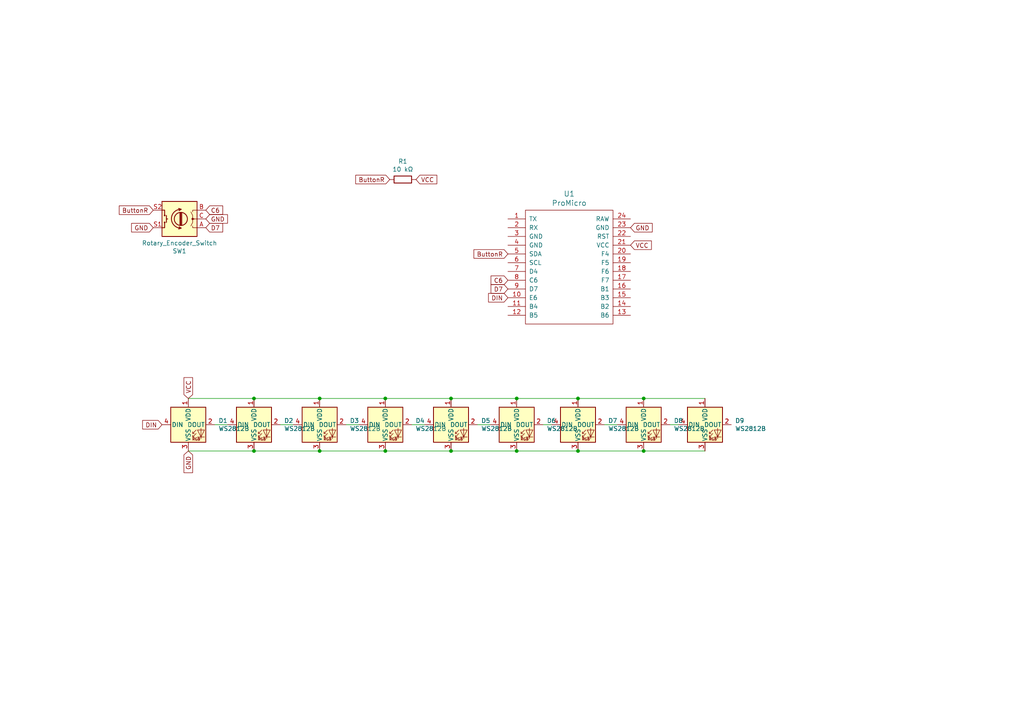
<source format=kicad_sch>
(kicad_sch (version 20211123) (generator eeschema)
  (paper "A4")
  (lib_symbols
    (symbol "Device:R" (pin_numbers hide) (pin_names (offset 0))
      (property "Reference" "R" (at 2.032 0 90))
      (property "Value" "R" (at 0 0 90))
      (symbol "R_0_1"
        (rectangle (start -1.016 -2.54) (end 1.016 2.54) (stroke (width 0.254)))
      )
      (symbol "R_1_1"
        (pin passive line (at 0 3.81 270) (length 1.27) (name "~") (number "1"))
        (pin passive line (at 0 -3.81 90) (length 1.27) (name "~") (number "2"))
      )
    )
    (symbol "Device:Rotary_Encoder_Switch" (pin_names (offset 0.254) hide)
      (property "Reference" "SW" (at 0 6.604 0))
      (property "Value" "Device_Rotary_Encoder_Switch" (at 0 -6.604 0))
      (symbol "Rotary_Encoder_Switch_0_1"
        (rectangle (start -5.08 5.08) (end 5.08 -5.08) (stroke (width 0.254)) (fill (type background)))
        (circle (center -3.81 0) (radius 0.254) (fill (type outline)))
        (arc (start -0.381 -2.794) (mid 2.3622 -0.0635) (end -0.381 2.667) (stroke (width 0.254)))
        (circle (center -0.381 0) (radius 1.905) (stroke (width 0.254)))
        (polyline (pts (xy -0.635 -1.778) (xy -0.635 1.778)) (stroke (width 0.254)))
        (polyline (pts (xy -0.381 -1.778) (xy -0.381 1.778)) (stroke (width 0.254)))
        (polyline (pts (xy -0.127 1.778) (xy -0.127 -1.778)) (stroke (width 0.254)))
        (polyline (pts (xy 3.81 0) (xy 3.429 0)) (stroke (width 0.254)))
        (polyline (pts (xy 3.81 1.016) (xy 3.81 -1.016)) (stroke (width 0.254)))
        (polyline (pts (xy -5.08 -2.54) (xy -3.81 -2.54) (xy -3.81 -2.032)))
        (polyline (pts (xy -5.08 2.54) (xy -3.81 2.54) (xy -3.81 2.032)))
        (polyline (pts (xy 0.254 -3.048) (xy -0.508 -2.794) (xy 0.127 -2.413)) (stroke (width 0.254)))
        (polyline (pts (xy 0.254 2.921) (xy -0.508 2.667) (xy 0.127 2.286)) (stroke (width 0.254)))
        (polyline (pts (xy 5.08 -2.54) (xy 4.318 -2.54) (xy 4.318 -1.016)) (stroke (width 0.254)))
        (polyline (pts (xy 5.08 2.54) (xy 4.318 2.54) (xy 4.318 1.016)) (stroke (width 0.254)))
        (polyline (pts (xy -5.08 0) (xy -3.81 0) (xy -3.81 -1.016) (xy -3.302 -2.032)))
        (polyline (pts (xy -4.318 0) (xy -3.81 0) (xy -3.81 1.016) (xy -3.302 2.032)))
        (circle (center 4.318 -1.016) (radius 0.127) (stroke (width 0.254)))
        (circle (center 4.318 1.016) (radius 0.127) (stroke (width 0.254)))
      )
      (symbol "Rotary_Encoder_Switch_1_1"
        (pin passive line (at -7.62 2.54 0) (length 2.54) (name "A") (number "A"))
        (pin passive line (at -7.62 -2.54 0) (length 2.54) (name "B") (number "B"))
        (pin passive line (at -7.62 0 0) (length 2.54) (name "C") (number "C"))
        (pin passive line (at 7.62 2.54 180) (length 2.54) (name "S1") (number "S1"))
        (pin passive line (at 7.62 -2.54 180) (length 2.54) (name "S2") (number "S2"))
      )
    )
    (symbol "LED:WS2812B" (pin_names (offset 0.254))
      (property "Reference" "D" (at 5.08 5.715 0))
      (property "Value" "WS2812B" (at 1.27 -5.715 0))
      (symbol "WS2812B_0_0"
        (text "RGB" (at 2.286 -4.191 0) (effects (font (size 0.762 0.762))))
      )
      (symbol "WS2812B_0_1"
        (polyline (pts (xy 1.27 -3.556) (xy 1.778 -3.556)))
        (polyline (pts (xy 1.27 -2.54) (xy 1.778 -2.54)))
        (polyline (pts (xy 4.699 -3.556) (xy 2.667 -3.556)))
        (polyline (pts (xy 2.286 -2.54) (xy 1.27 -3.556) (xy 1.27 -3.048)))
        (polyline (pts (xy 2.286 -1.524) (xy 1.27 -2.54) (xy 1.27 -2.032)))
        (polyline (pts (xy 3.683 -1.016) (xy 3.683 -3.556) (xy 3.683 -4.064)))
        (polyline (pts (xy 4.699 -1.524) (xy 2.667 -1.524) (xy 3.683 -3.556) (xy 4.699 -1.524)))
        (rectangle (start 5.08 5.08) (end -5.08 -5.08) (stroke (width 0.254)) (fill (type background)))
      )
      (symbol "WS2812B_1_1"
        (pin power_in line (at 0 7.62 270) (length 2.54) (name "VDD") (number "1"))
        (pin output line (at 7.62 0 180) (length 2.54) (name "DOUT") (number "2"))
        (pin power_in line (at 0 -7.62 90) (length 2.54) (name "VSS") (number "3"))
        (pin input line (at -7.62 0 0) (length 2.54) (name "DIN") (number "4"))
      )
    )
    (symbol "VolumeKnob-rescue:ProMicro-promicro" (pin_names (offset 1.016))
      (property "Reference" "U" (at 0 24.13 0))
      (property "Value" "ProMicro-promicro" (at 0 -13.97 0))
      (symbol "ProMicro-promicro_0_1"
        (rectangle (start -12.7 21.59) (end 12.7 -11.43))
      )
      (symbol "ProMicro-promicro_1_1"
        (pin bidirectional line (at -17.78 19.05 0) (length 5.08) (name "TX") (number "1"))
        (pin bidirectional line (at -17.78 -3.81 0) (length 5.08) (name "E6") (number "10"))
        (pin bidirectional line (at -17.78 -6.35 0) (length 5.08) (name "B4") (number "11"))
        (pin bidirectional line (at -17.78 -8.89 0) (length 5.08) (name "B5") (number "12"))
        (pin bidirectional line (at 17.78 -8.89 180) (length 5.08) (name "B6") (number "13"))
        (pin bidirectional line (at 17.78 -6.35 180) (length 5.08) (name "B2") (number "14"))
        (pin bidirectional line (at 17.78 -3.81 180) (length 5.08) (name "B3") (number "15"))
        (pin bidirectional line (at 17.78 -1.27 180) (length 5.08) (name "B1") (number "16"))
        (pin bidirectional line (at 17.78 1.27 180) (length 5.08) (name "F7") (number "17"))
        (pin bidirectional line (at 17.78 3.81 180) (length 5.08) (name "F6") (number "18"))
        (pin bidirectional line (at 17.78 6.35 180) (length 5.08) (name "F5") (number "19"))
        (pin bidirectional line (at -17.78 16.51 0) (length 5.08) (name "RX") (number "2"))
        (pin bidirectional line (at 17.78 8.89 180) (length 5.08) (name "F4") (number "20"))
        (pin power_in line (at 17.78 11.43 180) (length 5.08) (name "VCC") (number "21"))
        (pin input line (at 17.78 13.97 180) (length 5.08) (name "RST") (number "22"))
        (pin power_in line (at 17.78 16.51 180) (length 5.08) (name "GND") (number "23"))
        (pin power_out line (at 17.78 19.05 180) (length 5.08) (name "RAW") (number "24"))
        (pin power_in line (at -17.78 13.97 0) (length 5.08) (name "GND") (number "3"))
        (pin power_in line (at -17.78 11.43 0) (length 5.08) (name "GND") (number "4"))
        (pin bidirectional line (at -17.78 8.89 0) (length 5.08) (name "SDA") (number "5"))
        (pin bidirectional line (at -17.78 6.35 0) (length 5.08) (name "SCL") (number "6"))
        (pin bidirectional line (at -17.78 3.81 0) (length 5.08) (name "D4") (number "7"))
        (pin bidirectional line (at -17.78 1.27 0) (length 5.08) (name "C6") (number "8"))
        (pin bidirectional line (at -17.78 -1.27 0) (length 5.08) (name "D7") (number "9"))
      )
    )
  )
  (junction (at 186.69 130.81))
  (junction (at 130.81 130.81))
  (junction (at 149.86 115.57))
  (junction (at 167.64 115.57))
  (junction (at 73.66 130.81))
  (junction (at 92.71 130.81))
  (junction (at 167.64 130.81))
  (junction (at 111.76 130.81))
  (junction (at 73.66 115.57))
  (junction (at 130.81 115.57))
  (junction (at 186.69 115.57))
  (junction (at 92.71 115.57))
  (junction (at 111.76 115.57))
  (junction (at 149.86 130.81))
  (wire (pts (xy 167.64 130.81) (xy 149.86 130.81)))
  (wire (pts (xy 111.76 130.81) (xy 92.71 130.81)))
  (wire (pts (xy 92.71 115.57) (xy 73.66 115.57)))
  (wire (pts (xy 130.81 115.57) (xy 111.76 115.57)))
  (wire (pts (xy 111.76 115.57) (xy 92.71 115.57)))
  (wire (pts (xy 73.66 115.57) (xy 54.61 115.57)))
  (wire (pts (xy 119.38 123.19) (xy 123.19 123.19)))
  (wire (pts (xy 194.31 123.19) (xy 196.85 123.19)))
  (wire (pts (xy 100.33 123.19) (xy 104.14 123.19)))
  (wire (pts (xy 204.47 115.57) (xy 186.69 115.57)))
  (wire (pts (xy 73.66 130.81) (xy 54.61 130.81)))
  (wire (pts (xy 149.86 130.81) (xy 130.81 130.81)))
  (wire (pts (xy 167.64 115.57) (xy 149.86 115.57)))
  (wire (pts (xy 149.86 115.57) (xy 130.81 115.57)))
  (wire (pts (xy 81.28 123.19) (xy 85.09 123.19)))
  (wire (pts (xy 92.71 130.81) (xy 73.66 130.81)))
  (wire (pts (xy 138.43 123.19) (xy 142.24 123.19)))
  (wire (pts (xy 186.69 115.57) (xy 167.64 115.57)))
  (wire (pts (xy 186.69 130.81) (xy 167.64 130.81)))
  (wire (pts (xy 62.23 123.19) (xy 66.04 123.19)))
  (wire (pts (xy 179.07 123.19) (xy 175.26 123.19)))
  (wire (pts (xy 204.47 130.81) (xy 186.69 130.81)))
  (wire (pts (xy 157.48 123.19) (xy 160.02 123.19)))
  (wire (pts (xy 130.81 130.81) (xy 111.76 130.81)))
  (global_label "GND" (shape input) (at 182.88 66.04 0) (property "Intersheet References" "${INTERSHEET_REFS}" (effects hide)))
  (global_label "C6" (shape input) (at 147.32 81.28 180) (property "Intersheet References" "${INTERSHEET_REFS}" (effects hide)))
  (global_label "ButtonR" (shape input) (at 44.45 60.96 180) (property "Intersheet References" "${INTERSHEET_REFS}" (effects hide)))
  (global_label "D7" (shape input) (at 147.32 83.82 180) (property "Intersheet References" "${INTERSHEET_REFS}" (effects hide)))
  (global_label "GND" (shape input) (at 59.69 63.5 0) (property "Intersheet References" "${INTERSHEET_REFS}" (effects hide)))
  (global_label "C6" (shape input) (at 59.69 60.96 0) (property "Intersheet References" "${INTERSHEET_REFS}" (effects hide)))
  (global_label "DIN" (shape input) (at 46.99 123.19 180) (property "Intersheet References" "${INTERSHEET_REFS}" (effects hide)))
  (global_label "GND" (shape input) (at 44.45 66.04 180) (property "Intersheet References" "${INTERSHEET_REFS}" (effects hide)))
  (global_label "ButtonR" (shape input) (at 147.32 73.66 180) (property "Intersheet References" "${INTERSHEET_REFS}" (effects hide)))
  (global_label "VCC" (shape input) (at 120.65 52.07 0) (property "Intersheet References" "${INTERSHEET_REFS}" (effects hide)))
  (global_label "DIN" (shape input) (at 147.32 86.36 180) (property "Intersheet References" "${INTERSHEET_REFS}" (effects hide)))
  (global_label "D7" (shape input) (at 59.69 66.04 0) (property "Intersheet References" "${INTERSHEET_REFS}" (effects hide)))
  (global_label "VCC" (shape input) (at 54.61 115.57 90) (property "Intersheet References" "${INTERSHEET_REFS}" (effects hide)))
  (global_label "GND" (shape input) (at 54.61 130.81 270) (property "Intersheet References" "${INTERSHEET_REFS}" (effects hide)))
  (global_label "VCC" (shape input) (at 182.88 71.12 0) (property "Intersheet References" "${INTERSHEET_REFS}" (effects hide)))
  (global_label "ButtonR" (shape input) (at 113.03 52.07 180) (property "Intersheet References" "${INTERSHEET_REFS}" (effects hide)))
  (symbol (lib_id "VolumeKnob-rescue:ProMicro-promicro") (at 165.1 82.55 0) (unit 1)
    (property "Reference" "U1" (at 165.1 56.2102 0) (effects (font (size 1.524 1.524))))
    (property "Value" "ProMicro" (at 165.1 58.9026 0) (effects (font (size 1.524 1.524))))
    (property "Footprint" "promicro:ProMicro-NoSilk" (effects hide))
  )
  (symbol (lib_id "Device:Rotary_Encoder_Switch") (at 52.07 63.5 180) (unit 1)
    (property "Reference" "SW1" (at 52.07 72.8218 0))
    (property "Value" "Rotary_Encoder_Switch" (at 52.07 70.5104 0))
    (property "Footprint" "Rotary_Encoder:RotaryEncoder_Alps_EC12E-Switch_Vertical_H20mm" (effects hide))
  )
  (symbol (lib_id "Device:R") (at 116.84 52.07 90) (unit 1)
    (property "Reference" "R1" (at 116.84 46.8122 90))
    (property "Value" "10 kΩ " (at 116.84 49.1236 90))
    (property "Footprint" "Resistor_THT:R_Axial_DIN0207_L6.3mm_D2.5mm_P10.16mm_Horizontal" (effects hide))
  )
  (symbol (lib_id "LED:WS2812B") (at 54.61 123.19 0) (unit 1)
    (property "Reference" "D1" (at 63.3476 122.0216 0) (effects (justify left)))
    (property "Value" "WS2812B" (at 63.3476 124.333 0) (effects (justify left)))
    (property "Footprint" "LED_SMD:LED_WS2812B_PLCC4_5.0x5.0mm_P3.2mm" (effects hide))
    (property "Datasheet" "https://cdn-shop.adafruit.com/datasheets/WS2812B.pdf" (effects hide))
    (property "LCSC" "C114586" (effects hide))
  )
  (symbol (lib_id "LED:WS2812B") (at 73.66 123.19 0) (unit 1)
    (property "Reference" "D2" (at 82.3976 122.0216 0) (effects (justify left)))
    (property "Value" "WS2812B" (at 82.3976 124.333 0) (effects (justify left)))
    (property "Footprint" "LED_SMD:LED_WS2812B_PLCC4_5.0x5.0mm_P3.2mm" (effects hide))
    (property "Datasheet" "https://cdn-shop.adafruit.com/datasheets/WS2812B.pdf" (effects hide))
    (property "LCSC" "C114586" (effects hide))
  )
  (symbol (lib_id "LED:WS2812B") (at 92.71 123.19 0) (unit 1)
    (property "Reference" "D3" (at 101.4476 122.0216 0) (effects (justify left)))
    (property "Value" "WS2812B" (at 101.4476 124.333 0) (effects (justify left)))
    (property "Footprint" "LED_SMD:LED_WS2812B_PLCC4_5.0x5.0mm_P3.2mm" (effects hide))
    (property "Datasheet" "https://cdn-shop.adafruit.com/datasheets/WS2812B.pdf" (effects hide))
    (property "LCSC" "C114586" (effects hide))
  )
  (symbol (lib_id "LED:WS2812B") (at 111.76 123.19 0) (unit 1)
    (property "Reference" "D4" (at 120.4976 122.0216 0) (effects (justify left)))
    (property "Value" "WS2812B" (at 120.4976 124.333 0) (effects (justify left)))
    (property "Footprint" "LED_SMD:LED_WS2812B_PLCC4_5.0x5.0mm_P3.2mm" (effects hide))
    (property "Datasheet" "https://cdn-shop.adafruit.com/datasheets/WS2812B.pdf" (effects hide))
    (property "LCSC" "C114586" (effects hide))
  )
  (symbol (lib_id "LED:WS2812B") (at 130.81 123.19 0) (unit 1)
    (property "Reference" "D5" (at 139.5476 122.0216 0) (effects (justify left)))
    (property "Value" "WS2812B" (at 139.5476 124.333 0) (effects (justify left)))
    (property "Footprint" "LED_SMD:LED_WS2812B_PLCC4_5.0x5.0mm_P3.2mm" (effects hide))
    (property "Datasheet" "https://cdn-shop.adafruit.com/datasheets/WS2812B.pdf" (effects hide))
    (property "LCSC" "C114586" (effects hide))
  )
  (symbol (lib_id "LED:WS2812B") (at 149.86 123.19 0) (unit 1)
    (property "Reference" "D6" (at 158.5976 122.0216 0) (effects (justify left)))
    (property "Value" "WS2812B" (at 158.5976 124.333 0) (effects (justify left)))
    (property "Footprint" "LED_SMD:LED_WS2812B_PLCC4_5.0x5.0mm_P3.2mm" (effects hide))
    (property "Datasheet" "https://cdn-shop.adafruit.com/datasheets/WS2812B.pdf" (effects hide))
    (property "LCSC" "C114586" (effects hide))
  )
  (symbol (lib_id "LED:WS2812B") (at 167.64 123.19 0) (unit 1)
    (property "Reference" "D7" (at 176.3776 122.0216 0) (effects (justify left)))
    (property "Value" "WS2812B" (at 176.3776 124.333 0) (effects (justify left)))
    (property "Footprint" "LED_SMD:LED_WS2812B_PLCC4_5.0x5.0mm_P3.2mm" (effects hide))
    (property "Datasheet" "https://cdn-shop.adafruit.com/datasheets/WS2812B.pdf" (effects hide))
    (property "LCSC" "C114586" (effects hide))
  )
  (symbol (lib_id "LED:WS2812B") (at 186.69 123.19 0) (unit 1)
    (property "Reference" "D8" (at 195.4276 122.0216 0) (effects (justify left)))
    (property "Value" "WS2812B" (at 195.4276 124.333 0) (effects (justify left)))
    (property "Footprint" "LED_SMD:LED_WS2812B_PLCC4_5.0x5.0mm_P3.2mm" (effects hide))
    (property "Datasheet" "https://cdn-shop.adafruit.com/datasheets/WS2812B.pdf" (effects hide))
    (property "LCSC" "C114586" (effects hide))
  )
  (symbol (lib_id "LED:WS2812B") (at 204.47 123.19 0) (unit 1)
    (property "Reference" "D9" (at 213.2076 122.0216 0) (effects (justify left)))
    (property "Value" "WS2812B" (at 213.2076 124.333 0) (effects (justify left)))
    (property "Footprint" "LED_SMD:LED_WS2812B_PLCC4_5.0x5.0mm_P3.2mm" (effects hide))
    (property "Datasheet" "https://cdn-shop.adafruit.com/datasheets/WS2812B.pdf" (effects hide))
    (property "LCSC" "C114586" (effects hide))
  )
)
</source>
